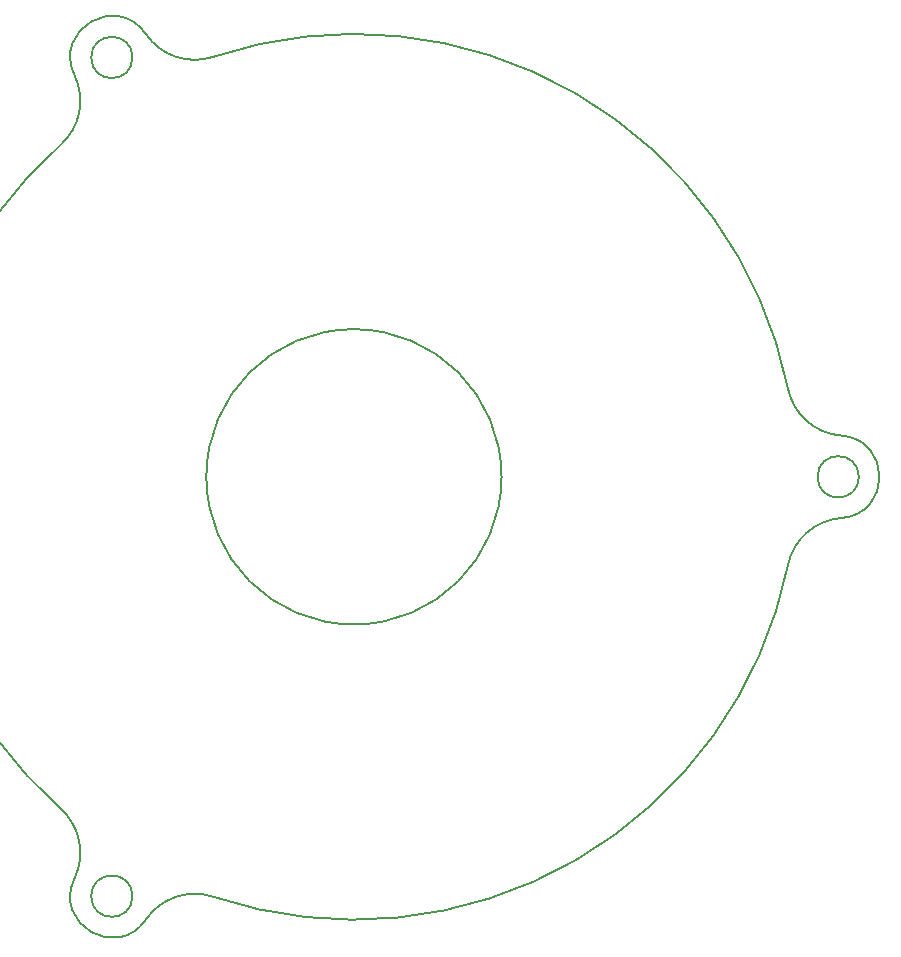
<source format=gm1>
G04*
G04 #@! TF.GenerationSoftware,Altium Limited,Altium Designer,21.1.1 (26)*
G04*
G04 Layer_Color=16711935*
%FSLAX25Y25*%
%MOIN*%
G70*
G04*
G04 #@! TF.SameCoordinates,76EDEEC6-FF17-4897-8BED-31D04ABFA7DC*
G04*
G04*
G04 #@! TF.FilePolarity,Positive*
G04*
G01*
G75*
%ADD19C,0.00500*%
D19*
X-46841Y-140009D02*
G03*
X-69336Y-147567I-6245J-18668D01*
G01*
X-93133Y-133827D02*
G03*
X-97836Y-110567I-17747J8518D01*
G01*
X-93133Y-133827D02*
G03*
X-69336Y-147567I12423J-5962D01*
G01*
X-73819Y-139792D02*
G03*
X-73819Y-139792I-6890J0D01*
G01*
X162463Y-13738D02*
G03*
X162463Y13741I-1048J13740D01*
G01*
X-69336Y147571D02*
G03*
X-93133Y133831I-11375J-7777D01*
G01*
X144670Y29444D02*
G03*
X162463Y13741I19290J3926D01*
G01*
Y-13738D02*
G03*
X144670Y-29440I1497J-19628D01*
G01*
X-97836Y110571D02*
G03*
X-93133Y133831I-13045J14742D01*
G01*
X-69336Y147571D02*
G03*
X-46841Y140013I16250J11110D01*
G01*
X144670Y29444D02*
G03*
X-46841Y140013I-144672J-29442D01*
G01*
Y-140009D02*
G03*
X144670Y-29440I46839J140011D01*
G01*
X-97836Y110571D02*
G03*
X-97836Y-110567I97834J-110569D01*
G01*
X168307Y0D02*
G03*
X168307Y0I-6890J0D01*
G01*
X-73819Y139792D02*
G03*
X-73819Y139792I-6890J0D01*
G01*
X49211Y2D02*
G03*
X49211Y2I-49213J0D01*
G01*
M02*

</source>
